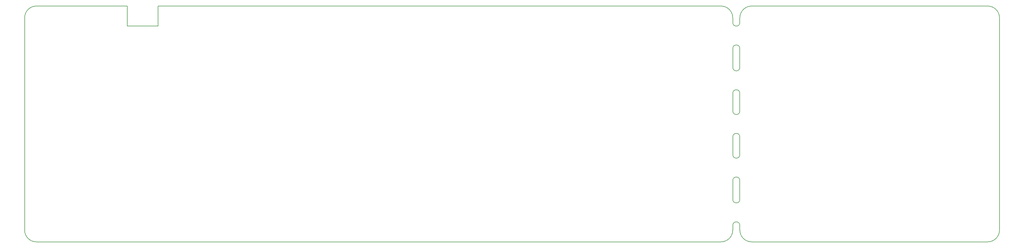
<source format=gbr>
G04 #@! TF.GenerationSoftware,KiCad,Pcbnew,(5.1.2-1)-1*
G04 #@! TF.CreationDate,2020-02-22T12:25:28-06:00*
G04 #@! TF.ProjectId,therick64BA_bottom_plate,74686572-6963-46b3-9634-42415f626f74,rev?*
G04 #@! TF.SameCoordinates,Original*
G04 #@! TF.FileFunction,Profile,NP*
%FSLAX46Y46*%
G04 Gerber Fmt 4.6, Leading zero omitted, Abs format (unit mm)*
G04 Created by KiCad (PCBNEW (5.1.2-1)-1) date 2020-02-22 12:25:28*
%MOMM*%
%LPD*%
G04 APERTURE LIST*
%ADD10C,0.150000*%
G04 APERTURE END LIST*
D10*
X274360000Y-105640000D02*
G75*
G02X276640000Y-105640000I1140000J0D01*
G01*
X276640000Y-97280000D02*
G75*
G02X274360000Y-97280000I-1140000J0D01*
G01*
X274360000Y-91200000D02*
G75*
G02X276640000Y-91200000I1140000J0D01*
G01*
X276640000Y-82840000D02*
G75*
G02X274360000Y-82840000I-1140000J0D01*
G01*
X274360000Y-77140000D02*
G75*
G02X276640000Y-77140000I1140000J0D01*
G01*
X276640000Y-68780000D02*
G75*
G02X274360000Y-68780000I-1140000J0D01*
G01*
X274360000Y-63080000D02*
G75*
G02X276640000Y-63080000I1140000J0D01*
G01*
X276640000Y-54720000D02*
G75*
G02X274360000Y-54720000I-1140000J0D01*
G01*
X274360000Y-48640000D02*
G75*
G02X276640000Y-48640000I1140000J0D01*
G01*
X276640000Y-40280000D02*
G75*
G02X274360000Y-40280000I-1140000J0D01*
G01*
X276640000Y-63080000D02*
X276640000Y-68780000D01*
X274360000Y-63080000D02*
X274360000Y-68780000D01*
X276640000Y-48640000D02*
X276640000Y-54720000D01*
X274360000Y-48640000D02*
X274360000Y-54720000D01*
X274360000Y-38760000D02*
X274360000Y-40280000D01*
X276640000Y-38760000D02*
X276640000Y-40280000D01*
X276640000Y-91200000D02*
X276640000Y-97280000D01*
X274360000Y-91200000D02*
X274360000Y-97280000D01*
X276640000Y-77140000D02*
X276640000Y-82840000D01*
X274360000Y-77140000D02*
X274360000Y-82840000D01*
X276640000Y-105640000D02*
X276640000Y-107160000D01*
X274360000Y-105640000D02*
X274360000Y-107160000D01*
X356440000Y-34960000D02*
X280440000Y-34960000D01*
X360240000Y-107160000D02*
X360240000Y-38760000D01*
X280440000Y-110960000D02*
X356440000Y-110960000D01*
X280440000Y-110960000D02*
G75*
G02X276640000Y-107160000I0J3800000D01*
G01*
X276640000Y-38760000D02*
G75*
G02X280440000Y-34960000I3800000J0D01*
G01*
X356440000Y-34960000D02*
G75*
G02X360240000Y-38760000I0J-3800000D01*
G01*
X360240000Y-107160000D02*
G75*
G02X356440000Y-110960000I-3800000J0D01*
G01*
X89300000Y-41419891D02*
X89300000Y-34960000D01*
X79419765Y-41419891D02*
X89299765Y-41419891D01*
X79420000Y-34960000D02*
X79419765Y-41419891D01*
X50160000Y-110960000D02*
X270560000Y-110960000D01*
X46360000Y-38760000D02*
X46360000Y-107160000D01*
X50160000Y-34960000D02*
X79420000Y-34960000D01*
X270560000Y-34960000D02*
X89300000Y-34960000D01*
X270560000Y-34960000D02*
G75*
G02X274360000Y-38760000I0J-3800000D01*
G01*
X274360000Y-107160000D02*
G75*
G02X270560000Y-110960000I-3800000J0D01*
G01*
X50160000Y-110960000D02*
G75*
G02X46360000Y-107160000I0J3800000D01*
G01*
X46360000Y-38760000D02*
G75*
G02X50160000Y-34960000I3800000J0D01*
G01*
M02*

</source>
